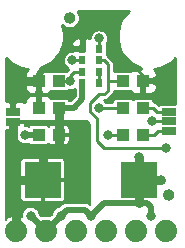
<source format=gtl>
%TF.GenerationSoftware,KiCad,Pcbnew,5.1.8-db9833491~88~ubuntu20.04.1*%
%TF.CreationDate,2020-12-19T13:22:12+05:30*%
%TF.ProjectId,SparkFun_APDS-9960_RGB_and_Gesture_Sensor,53706172-6b46-4756-9e5f-415044532d39,rev?*%
%TF.SameCoordinates,Original*%
%TF.FileFunction,Copper,L1,Top*%
%TF.FilePolarity,Positive*%
%FSLAX46Y46*%
G04 Gerber Fmt 4.6, Leading zero omitted, Abs format (unit mm)*
G04 Created by KiCad (PCBNEW 5.1.8-db9833491~88~ubuntu20.04.1) date 2020-12-19 13:22:12*
%MOMM*%
%LPD*%
G01*
G04 APERTURE LIST*
%TA.AperFunction,SMDPad,CuDef*%
%ADD10R,1.270000X0.635000*%
%TD*%
%TA.AperFunction,SMDPad,CuDef*%
%ADD11R,0.600000X0.720000*%
%TD*%
%TA.AperFunction,SMDPad,CuDef*%
%ADD12R,3.048000X3.048000*%
%TD*%
%TA.AperFunction,SMDPad,CuDef*%
%ADD13R,1.100000X1.000000*%
%TD*%
%TA.AperFunction,ComponentPad*%
%ADD14C,1.879600*%
%TD*%
%TA.AperFunction,ViaPad*%
%ADD15C,0.800000*%
%TD*%
%TA.AperFunction,Conductor*%
%ADD16C,0.250000*%
%TD*%
%TA.AperFunction,Conductor*%
%ADD17C,0.508000*%
%TD*%
%TA.AperFunction,Conductor*%
%ADD18C,0.762000*%
%TD*%
%TA.AperFunction,Conductor*%
%ADD19C,0.254000*%
%TD*%
%TA.AperFunction,Conductor*%
%ADD20C,0.127000*%
%TD*%
%TA.AperFunction,Conductor*%
%ADD21C,0.100000*%
%TD*%
G04 APERTURE END LIST*
D10*
%TO.P,SJ2,1*%
%TO.N,/VL*%
X128016000Y-86009900D03*
%TO.P,SJ2,2*%
%TO.N,VCC*%
X128016000Y-85186100D03*
%TD*%
D11*
%TO.P,U1,1*%
%TO.N,/SDA*%
X135320000Y-79825000D03*
%TO.P,U1,2*%
%TO.N,/INT*%
X135320000Y-80795000D03*
%TO.P,U1,3*%
%TO.N,Net-(U1-Pad3)*%
X135320000Y-81765000D03*
%TO.P,U1,4*%
X135320000Y-82735000D03*
%TO.P,U1,5*%
%TO.N,/VL*%
X133920000Y-82735000D03*
%TO.P,U1,6*%
%TO.N,GND*%
X133920000Y-81765000D03*
%TO.P,U1,7*%
%TO.N,/SCL*%
X133920000Y-80795000D03*
%TO.P,U1,8*%
%TO.N,VCC*%
X133920000Y-79825000D03*
%TD*%
D12*
%TO.P,C1,2*%
%TO.N,GND*%
X138684000Y-90932000D03*
%TO.P,C1,1*%
%TO.N,/VL*%
X130556000Y-90932000D03*
%TD*%
D13*
%TO.P,C2,2*%
%TO.N,GND*%
X130214000Y-87122000D03*
%TO.P,C2,1*%
%TO.N,/VL*%
X131914000Y-87122000D03*
%TD*%
%TO.P,C3,2*%
%TO.N,GND*%
X131914000Y-82550000D03*
%TO.P,C3,1*%
%TO.N,VCC*%
X130214000Y-82550000D03*
%TD*%
%TO.P,FID1,1*%
%TO.N,N/C*%
%TA.AperFunction,SMDPad,CuDef*%
G36*
G01*
X140724000Y-92202000D02*
X140724000Y-92202000D01*
G75*
G02*
X141224000Y-91702000I500000J0D01*
G01*
X141224000Y-91702000D01*
G75*
G02*
X141724000Y-92202000I0J-500000D01*
G01*
X141724000Y-92202000D01*
G75*
G02*
X141224000Y-92702000I-500000J0D01*
G01*
X141224000Y-92702000D01*
G75*
G02*
X140724000Y-92202000I0J500000D01*
G01*
G37*
%TD.AperFunction*%
%TD*%
%TO.P,FID2,1*%
%TO.N,N/C*%
%TA.AperFunction,SMDPad,CuDef*%
G36*
G01*
X132342000Y-77216000D02*
X132342000Y-77216000D01*
G75*
G02*
X132842000Y-76716000I500000J0D01*
G01*
X132842000Y-76716000D01*
G75*
G02*
X133342000Y-77216000I0J-500000D01*
G01*
X133342000Y-77216000D01*
G75*
G02*
X132842000Y-77716000I-500000J0D01*
G01*
X132842000Y-77716000D01*
G75*
G02*
X132342000Y-77216000I0J500000D01*
G01*
G37*
%TD.AperFunction*%
%TD*%
D14*
%TO.P,JP1,6*%
%TO.N,/INT*%
X140970000Y-95250000D03*
%TO.P,JP1,5*%
%TO.N,/SCL*%
X138430000Y-95250000D03*
%TO.P,JP1,4*%
%TO.N,/SDA*%
X135890000Y-95250000D03*
%TO.P,JP1,3*%
%TO.N,VCC*%
X133350000Y-95250000D03*
%TO.P,JP1,2*%
%TO.N,GND*%
X130810000Y-95250000D03*
%TO.P,JP1,1*%
%TO.N,/VL*%
X128270000Y-95250000D03*
%TD*%
D13*
%TO.P,R1,2*%
%TO.N,VCC*%
X139026000Y-82550000D03*
%TO.P,R1,1*%
%TO.N,/INT*%
X137326000Y-82550000D03*
%TD*%
%TO.P,R2,2*%
%TO.N,Net-(R2-Pad2)*%
X139026000Y-84836000D03*
%TO.P,R2,1*%
%TO.N,/SDA*%
X137326000Y-84836000D03*
%TD*%
%TO.P,R3,2*%
%TO.N,Net-(R3-Pad2)*%
X139026000Y-87122000D03*
%TO.P,R3,1*%
%TO.N,/SCL*%
X137326000Y-87122000D03*
%TD*%
%TO.P,R4,2*%
%TO.N,VCC*%
X130214000Y-84836000D03*
%TO.P,R4,1*%
%TO.N,/VL*%
X131914000Y-84836000D03*
%TD*%
D10*
%TO.P,SJ1,3*%
%TO.N,Net-(R2-Pad2)*%
X141224000Y-85166200D03*
%TO.P,SJ1,2*%
%TO.N,VCC*%
X141224000Y-85979000D03*
%TO.P,SJ1,1*%
%TO.N,Net-(R3-Pad2)*%
X141224000Y-86791800D03*
%TD*%
D15*
%TO.N,GND*%
X129057400Y-87122000D03*
X132892800Y-82550000D03*
X139700000Y-93980000D03*
X134620000Y-93980000D03*
X132080000Y-93980000D03*
X129540000Y-93980000D03*
X138684000Y-88950800D03*
X138684000Y-92887800D03*
X140614400Y-90932000D03*
%TO.N,VCC*%
X139827000Y-85979000D03*
X140182600Y-82550000D03*
X129032000Y-82550000D03*
X130214000Y-83654000D03*
X129032000Y-83642200D03*
%TO.N,/SDA*%
X135305800Y-78943200D03*
X135345000Y-84836000D03*
%TO.N,/SCL*%
X133019800Y-80797400D03*
X136093200Y-87122000D03*
%TO.N,/INT*%
X140970000Y-88214200D03*
%TD*%
D16*
%TO.N,GND*%
X131914000Y-82550000D02*
X132892800Y-82550000D01*
X133920000Y-81765000D02*
X133220600Y-81765000D01*
X132892800Y-82092800D02*
X132892800Y-82550000D01*
X133220600Y-81765000D02*
X132892800Y-82092800D01*
D17*
X129057400Y-87122000D02*
X130214000Y-87122000D01*
X137795000Y-90927000D02*
X137790000Y-90932000D01*
X139573000Y-90932000D02*
X137790000Y-90932000D01*
X137795000Y-90937000D02*
X137790000Y-90932000D01*
X139369800Y-92887800D02*
X139700000Y-93218000D01*
X139700000Y-93980000D02*
X139700000Y-93218000D01*
X135712200Y-92887800D02*
X134620000Y-93980000D01*
X137795000Y-92887800D02*
X135712200Y-92887800D01*
X132080000Y-93980000D02*
X132588000Y-93472000D01*
X134112000Y-93472000D02*
X134620000Y-93980000D01*
X132588000Y-93472000D02*
X134112000Y-93472000D01*
X129540000Y-93980000D02*
X130810000Y-95250000D01*
X132080000Y-93980000D02*
X130810000Y-95250000D01*
X138684000Y-92887800D02*
X139369800Y-92887800D01*
X137795000Y-92887800D02*
X138684000Y-92887800D01*
D18*
X140614400Y-90932000D02*
X138684000Y-90932000D01*
X138684000Y-92887800D02*
X138684000Y-90932000D01*
X138684000Y-88950800D02*
X138684000Y-90932000D01*
D16*
%TO.N,VCC*%
X141224000Y-85979000D02*
X139827000Y-85979000D01*
X140182600Y-82550000D02*
X139026000Y-82550000D01*
X134315200Y-78028800D02*
X133920000Y-78424000D01*
X135661400Y-78028800D02*
X134315200Y-78028800D01*
X133920000Y-78424000D02*
X133920000Y-79825000D01*
X136118600Y-78486000D02*
X135661400Y-78028800D01*
X136118600Y-80416400D02*
X136118600Y-78486000D01*
X137312400Y-81610200D02*
X136118600Y-80416400D01*
X138582400Y-81610200D02*
X137312400Y-81610200D01*
X139026000Y-82053800D02*
X138582400Y-81610200D01*
X139026000Y-82550000D02*
X139026000Y-82053800D01*
X132181600Y-81000600D02*
X132181600Y-80187800D01*
D17*
X130214000Y-84836000D02*
X130214000Y-83654000D01*
X132544400Y-79825000D02*
X132448300Y-79921100D01*
X133920000Y-79825000D02*
X132544400Y-79825000D01*
X132448300Y-79921100D02*
X132181600Y-80187800D01*
X132165799Y-80387479D02*
X132165799Y-81000600D01*
X132181600Y-80371678D02*
X132165799Y-80387479D01*
X132181600Y-80187800D02*
X132181600Y-80371678D01*
X132181600Y-81000600D02*
X131597400Y-81584800D01*
X131597400Y-81584800D02*
X130556000Y-81584800D01*
X130214000Y-81926800D02*
X130556000Y-81584800D01*
X130214000Y-82550000D02*
X130214000Y-81926800D01*
X130214000Y-83654000D02*
X130214000Y-82550000D01*
D18*
X130214000Y-82550000D02*
X129032000Y-82550000D01*
D16*
%TO.N,/VL*%
X128016000Y-86009900D02*
X128016000Y-90932000D01*
X128270000Y-92938600D02*
X128270000Y-93929200D01*
D18*
X128270000Y-95250000D02*
X128270000Y-93929200D01*
X128270000Y-92303600D02*
X128016000Y-92049600D01*
X128270000Y-95250000D02*
X128270000Y-92303600D01*
X128016000Y-90932000D02*
X128016000Y-92049600D01*
X128016000Y-90932000D02*
X128016000Y-86084601D01*
X131914000Y-87122000D02*
X131914000Y-84836000D01*
D17*
X133920000Y-84082157D02*
X133920000Y-82735000D01*
X133166158Y-84836000D02*
X133920000Y-84082157D01*
X131914000Y-84836000D02*
X133166158Y-84836000D01*
D18*
X130556000Y-90932000D02*
X128016000Y-90932000D01*
X130556000Y-90932000D02*
X130556000Y-88544400D01*
X131914000Y-87122000D02*
X131914000Y-88532600D01*
X131902200Y-88544400D02*
X131914000Y-88532600D01*
X130556000Y-88544400D02*
X131902200Y-88544400D01*
D16*
%TO.N,/SDA*%
X135305800Y-79810800D02*
X135320000Y-79825000D01*
X135305800Y-78943200D02*
X135305800Y-79810800D01*
X137326000Y-84836000D02*
X135345000Y-84836000D01*
%TO.N,/SCL*%
X133022200Y-80795000D02*
X133019800Y-80797400D01*
X133920000Y-80795000D02*
X133022200Y-80795000D01*
X137326000Y-87122000D02*
X136093200Y-87122000D01*
%TO.N,/INT*%
X135735200Y-80795000D02*
X135320000Y-80795000D01*
X136087300Y-81147100D02*
X135735200Y-80795000D01*
X137326000Y-82550000D02*
X136093200Y-82550000D01*
X136093200Y-82550000D02*
X136087300Y-82544100D01*
X136087300Y-81147100D02*
X136087300Y-82544100D01*
X135356600Y-83667600D02*
X135788400Y-83667600D01*
X134594600Y-84429600D02*
X135356600Y-83667600D01*
X135178800Y-87604600D02*
X135178800Y-85725000D01*
X135178800Y-85725000D02*
X134594600Y-85140800D01*
X139623800Y-88214200D02*
X135788400Y-88214200D01*
X136087300Y-83368700D02*
X136087300Y-82544100D01*
X135788400Y-83667600D02*
X136087300Y-83368700D01*
X134594600Y-85140800D02*
X134594600Y-84429600D01*
X135788400Y-88214200D02*
X135178800Y-87604600D01*
D19*
X139623800Y-88214200D02*
X140970000Y-88214200D01*
D16*
%TO.N,Net-(R2-Pad2)*%
X141224000Y-85166200D02*
X140258800Y-85166200D01*
X139928600Y-84836000D02*
X139026000Y-84836000D01*
X140258800Y-85166200D02*
X139928600Y-84836000D01*
%TO.N,Net-(R3-Pad2)*%
X141224000Y-86791800D02*
X140309600Y-86791800D01*
X139979400Y-87122000D02*
X139026000Y-87122000D01*
X140309600Y-86791800D02*
X139979400Y-87122000D01*
%TO.N,Net-(U1-Pad3)*%
X135320000Y-81765000D02*
X135320000Y-82735000D01*
%TD*%
D20*
%TO.N,/VL*%
X128409300Y-95235858D02*
X128395158Y-95250000D01*
X128409300Y-95264142D01*
X128284142Y-95389300D01*
X128270000Y-95375158D01*
X128255858Y-95389300D01*
X128130700Y-95264142D01*
X128144842Y-95250000D01*
X128130700Y-95235858D01*
X128255858Y-95110700D01*
X128270000Y-95124842D01*
X128284142Y-95110700D01*
X128409300Y-95235858D01*
%TA.AperFunction,Conductor*%
D21*
G36*
X128409300Y-95235858D02*
G01*
X128395158Y-95250000D01*
X128409300Y-95264142D01*
X128284142Y-95389300D01*
X128270000Y-95375158D01*
X128255858Y-95389300D01*
X128130700Y-95264142D01*
X128144842Y-95250000D01*
X128130700Y-95235858D01*
X128255858Y-95110700D01*
X128270000Y-95124842D01*
X128284142Y-95110700D01*
X128409300Y-95235858D01*
G37*
%TD.AperFunction*%
D20*
X128104500Y-85921400D02*
X128926625Y-85921400D01*
X128932525Y-85915500D01*
X134107835Y-85915500D01*
X134226906Y-85931176D01*
X134333973Y-85975524D01*
X134425921Y-86046079D01*
X134496476Y-86138027D01*
X134540824Y-86245094D01*
X134556500Y-86364165D01*
X134556500Y-93032687D01*
X134554162Y-93029838D01*
X134459404Y-92952073D01*
X134351296Y-92894288D01*
X134233992Y-92858704D01*
X134142572Y-92849700D01*
X134142569Y-92849700D01*
X134112000Y-92846689D01*
X134081431Y-92849700D01*
X132618568Y-92849700D01*
X132587999Y-92846689D01*
X132557430Y-92849700D01*
X132557428Y-92849700D01*
X132466008Y-92858704D01*
X132348704Y-92894288D01*
X132240596Y-92952073D01*
X132145838Y-93029838D01*
X132126347Y-93053588D01*
X131959273Y-93220662D01*
X131855895Y-93241226D01*
X131716074Y-93299142D01*
X131590238Y-93383223D01*
X131483223Y-93490238D01*
X131399142Y-93616074D01*
X131341226Y-93755895D01*
X131320663Y-93859272D01*
X131188394Y-93991540D01*
X130938837Y-93941900D01*
X130681163Y-93941900D01*
X130431605Y-93991541D01*
X130299338Y-93859273D01*
X130278774Y-93755895D01*
X130220858Y-93616074D01*
X130136777Y-93490238D01*
X130029762Y-93383223D01*
X129903926Y-93299142D01*
X129764105Y-93241226D01*
X129615671Y-93211700D01*
X129464329Y-93211700D01*
X129315895Y-93241226D01*
X129176074Y-93299142D01*
X129050238Y-93383223D01*
X128943223Y-93490238D01*
X128859142Y-93616074D01*
X128801226Y-93755895D01*
X128771700Y-93904329D01*
X128771700Y-94039341D01*
X128738341Y-94022700D01*
X128489907Y-93954914D01*
X128233023Y-93936897D01*
X127977559Y-93969342D01*
X127733334Y-94051001D01*
X127571224Y-94137651D01*
X127470942Y-94325782D01*
X127431800Y-94286640D01*
X127431800Y-92456000D01*
X128662722Y-92456000D01*
X128669818Y-92528043D01*
X128690832Y-92597317D01*
X128724957Y-92661160D01*
X128770881Y-92717119D01*
X128826840Y-92763043D01*
X128890683Y-92797168D01*
X128959957Y-92818182D01*
X129032000Y-92825278D01*
X130375625Y-92823500D01*
X130467500Y-92731625D01*
X130467500Y-91020500D01*
X130644500Y-91020500D01*
X130644500Y-92731625D01*
X130736375Y-92823500D01*
X132080000Y-92825278D01*
X132152043Y-92818182D01*
X132221317Y-92797168D01*
X132285160Y-92763043D01*
X132341119Y-92717119D01*
X132387043Y-92661160D01*
X132421168Y-92597317D01*
X132442182Y-92528043D01*
X132449278Y-92456000D01*
X132447500Y-91112375D01*
X132355625Y-91020500D01*
X130644500Y-91020500D01*
X130467500Y-91020500D01*
X128756375Y-91020500D01*
X128664500Y-91112375D01*
X128662722Y-92456000D01*
X127431800Y-92456000D01*
X127431800Y-89408000D01*
X128662722Y-89408000D01*
X128664500Y-90751625D01*
X128756375Y-90843500D01*
X130467500Y-90843500D01*
X130467500Y-89132375D01*
X130644500Y-89132375D01*
X130644500Y-90843500D01*
X132355625Y-90843500D01*
X132447500Y-90751625D01*
X132449278Y-89408000D01*
X132442182Y-89335957D01*
X132421168Y-89266683D01*
X132387043Y-89202840D01*
X132341119Y-89146881D01*
X132285160Y-89100957D01*
X132221317Y-89066832D01*
X132152043Y-89045818D01*
X132080000Y-89038722D01*
X130736375Y-89040500D01*
X130644500Y-89132375D01*
X130467500Y-89132375D01*
X130375625Y-89040500D01*
X129032000Y-89038722D01*
X128959957Y-89045818D01*
X128890683Y-89066832D01*
X128826840Y-89100957D01*
X128770881Y-89146881D01*
X128724957Y-89202840D01*
X128690832Y-89266683D01*
X128669818Y-89335957D01*
X128662722Y-89408000D01*
X127431800Y-89408000D01*
X127431800Y-86696479D01*
X127835625Y-86694900D01*
X127927500Y-86603025D01*
X127927500Y-86098400D01*
X128104500Y-86098400D01*
X128104500Y-86603025D01*
X128196375Y-86694900D01*
X128418174Y-86695767D01*
X128376542Y-86758074D01*
X128318626Y-86897895D01*
X128289100Y-87046329D01*
X128289100Y-87197671D01*
X128318626Y-87346105D01*
X128376542Y-87485926D01*
X128460623Y-87611762D01*
X128567638Y-87718777D01*
X128693474Y-87802858D01*
X128833295Y-87860774D01*
X128981729Y-87890300D01*
X129133071Y-87890300D01*
X129281505Y-87860774D01*
X129357630Y-87829242D01*
X129402313Y-87883687D01*
X129458393Y-87929712D01*
X129522376Y-87963911D01*
X129591801Y-87984971D01*
X129664000Y-87992082D01*
X130764000Y-87992082D01*
X130836199Y-87984971D01*
X130905624Y-87963911D01*
X130969607Y-87929712D01*
X131025687Y-87883687D01*
X131064518Y-87836373D01*
X131102881Y-87883119D01*
X131158840Y-87929043D01*
X131222683Y-87963168D01*
X131291957Y-87984182D01*
X131364000Y-87991278D01*
X131733625Y-87989500D01*
X131825500Y-87897625D01*
X131825500Y-87210500D01*
X132002500Y-87210500D01*
X132002500Y-87897625D01*
X132094375Y-87989500D01*
X132464000Y-87991278D01*
X132536043Y-87984182D01*
X132605317Y-87963168D01*
X132669160Y-87929043D01*
X132725119Y-87883119D01*
X132771043Y-87827160D01*
X132805168Y-87763317D01*
X132826182Y-87694043D01*
X132833278Y-87622000D01*
X132831500Y-87302375D01*
X132739625Y-87210500D01*
X132002500Y-87210500D01*
X131825500Y-87210500D01*
X131805500Y-87210500D01*
X131805500Y-87033500D01*
X131825500Y-87033500D01*
X131825500Y-86346375D01*
X132002500Y-86346375D01*
X132002500Y-87033500D01*
X132739625Y-87033500D01*
X132831500Y-86941625D01*
X132833278Y-86622000D01*
X132826182Y-86549957D01*
X132805168Y-86480683D01*
X132771043Y-86416840D01*
X132725119Y-86360881D01*
X132669160Y-86314957D01*
X132605317Y-86280832D01*
X132536043Y-86259818D01*
X132464000Y-86252722D01*
X132094375Y-86254500D01*
X132002500Y-86346375D01*
X131825500Y-86346375D01*
X131733625Y-86254500D01*
X131364000Y-86252722D01*
X131291957Y-86259818D01*
X131222683Y-86280832D01*
X131158840Y-86314957D01*
X131102881Y-86360881D01*
X131064518Y-86407627D01*
X131025687Y-86360313D01*
X130969607Y-86314288D01*
X130905624Y-86280089D01*
X130836199Y-86259029D01*
X130764000Y-86251918D01*
X129664000Y-86251918D01*
X129591801Y-86259029D01*
X129522376Y-86280089D01*
X129458393Y-86314288D01*
X129402313Y-86360313D01*
X129357630Y-86414758D01*
X129281505Y-86383226D01*
X129133071Y-86353700D01*
X129017688Y-86353700D01*
X129020278Y-86327400D01*
X129018500Y-86190275D01*
X128926625Y-86098400D01*
X128104500Y-86098400D01*
X127927500Y-86098400D01*
X127907500Y-86098400D01*
X127907500Y-85921400D01*
X127927500Y-85921400D01*
X127927500Y-85915500D01*
X128104500Y-85915500D01*
X128104500Y-85921400D01*
%TA.AperFunction,Conductor*%
D21*
G36*
X128104500Y-85921400D02*
G01*
X128926625Y-85921400D01*
X128932525Y-85915500D01*
X134107835Y-85915500D01*
X134226906Y-85931176D01*
X134333973Y-85975524D01*
X134425921Y-86046079D01*
X134496476Y-86138027D01*
X134540824Y-86245094D01*
X134556500Y-86364165D01*
X134556500Y-93032687D01*
X134554162Y-93029838D01*
X134459404Y-92952073D01*
X134351296Y-92894288D01*
X134233992Y-92858704D01*
X134142572Y-92849700D01*
X134142569Y-92849700D01*
X134112000Y-92846689D01*
X134081431Y-92849700D01*
X132618568Y-92849700D01*
X132587999Y-92846689D01*
X132557430Y-92849700D01*
X132557428Y-92849700D01*
X132466008Y-92858704D01*
X132348704Y-92894288D01*
X132240596Y-92952073D01*
X132145838Y-93029838D01*
X132126347Y-93053588D01*
X131959273Y-93220662D01*
X131855895Y-93241226D01*
X131716074Y-93299142D01*
X131590238Y-93383223D01*
X131483223Y-93490238D01*
X131399142Y-93616074D01*
X131341226Y-93755895D01*
X131320663Y-93859272D01*
X131188394Y-93991540D01*
X130938837Y-93941900D01*
X130681163Y-93941900D01*
X130431605Y-93991541D01*
X130299338Y-93859273D01*
X130278774Y-93755895D01*
X130220858Y-93616074D01*
X130136777Y-93490238D01*
X130029762Y-93383223D01*
X129903926Y-93299142D01*
X129764105Y-93241226D01*
X129615671Y-93211700D01*
X129464329Y-93211700D01*
X129315895Y-93241226D01*
X129176074Y-93299142D01*
X129050238Y-93383223D01*
X128943223Y-93490238D01*
X128859142Y-93616074D01*
X128801226Y-93755895D01*
X128771700Y-93904329D01*
X128771700Y-94039341D01*
X128738341Y-94022700D01*
X128489907Y-93954914D01*
X128233023Y-93936897D01*
X127977559Y-93969342D01*
X127733334Y-94051001D01*
X127571224Y-94137651D01*
X127470942Y-94325782D01*
X127431800Y-94286640D01*
X127431800Y-92456000D01*
X128662722Y-92456000D01*
X128669818Y-92528043D01*
X128690832Y-92597317D01*
X128724957Y-92661160D01*
X128770881Y-92717119D01*
X128826840Y-92763043D01*
X128890683Y-92797168D01*
X128959957Y-92818182D01*
X129032000Y-92825278D01*
X130375625Y-92823500D01*
X130467500Y-92731625D01*
X130467500Y-91020500D01*
X130644500Y-91020500D01*
X130644500Y-92731625D01*
X130736375Y-92823500D01*
X132080000Y-92825278D01*
X132152043Y-92818182D01*
X132221317Y-92797168D01*
X132285160Y-92763043D01*
X132341119Y-92717119D01*
X132387043Y-92661160D01*
X132421168Y-92597317D01*
X132442182Y-92528043D01*
X132449278Y-92456000D01*
X132447500Y-91112375D01*
X132355625Y-91020500D01*
X130644500Y-91020500D01*
X130467500Y-91020500D01*
X128756375Y-91020500D01*
X128664500Y-91112375D01*
X128662722Y-92456000D01*
X127431800Y-92456000D01*
X127431800Y-89408000D01*
X128662722Y-89408000D01*
X128664500Y-90751625D01*
X128756375Y-90843500D01*
X130467500Y-90843500D01*
X130467500Y-89132375D01*
X130644500Y-89132375D01*
X130644500Y-90843500D01*
X132355625Y-90843500D01*
X132447500Y-90751625D01*
X132449278Y-89408000D01*
X132442182Y-89335957D01*
X132421168Y-89266683D01*
X132387043Y-89202840D01*
X132341119Y-89146881D01*
X132285160Y-89100957D01*
X132221317Y-89066832D01*
X132152043Y-89045818D01*
X132080000Y-89038722D01*
X130736375Y-89040500D01*
X130644500Y-89132375D01*
X130467500Y-89132375D01*
X130375625Y-89040500D01*
X129032000Y-89038722D01*
X128959957Y-89045818D01*
X128890683Y-89066832D01*
X128826840Y-89100957D01*
X128770881Y-89146881D01*
X128724957Y-89202840D01*
X128690832Y-89266683D01*
X128669818Y-89335957D01*
X128662722Y-89408000D01*
X127431800Y-89408000D01*
X127431800Y-86696479D01*
X127835625Y-86694900D01*
X127927500Y-86603025D01*
X127927500Y-86098400D01*
X128104500Y-86098400D01*
X128104500Y-86603025D01*
X128196375Y-86694900D01*
X128418174Y-86695767D01*
X128376542Y-86758074D01*
X128318626Y-86897895D01*
X128289100Y-87046329D01*
X128289100Y-87197671D01*
X128318626Y-87346105D01*
X128376542Y-87485926D01*
X128460623Y-87611762D01*
X128567638Y-87718777D01*
X128693474Y-87802858D01*
X128833295Y-87860774D01*
X128981729Y-87890300D01*
X129133071Y-87890300D01*
X129281505Y-87860774D01*
X129357630Y-87829242D01*
X129402313Y-87883687D01*
X129458393Y-87929712D01*
X129522376Y-87963911D01*
X129591801Y-87984971D01*
X129664000Y-87992082D01*
X130764000Y-87992082D01*
X130836199Y-87984971D01*
X130905624Y-87963911D01*
X130969607Y-87929712D01*
X131025687Y-87883687D01*
X131064518Y-87836373D01*
X131102881Y-87883119D01*
X131158840Y-87929043D01*
X131222683Y-87963168D01*
X131291957Y-87984182D01*
X131364000Y-87991278D01*
X131733625Y-87989500D01*
X131825500Y-87897625D01*
X131825500Y-87210500D01*
X132002500Y-87210500D01*
X132002500Y-87897625D01*
X132094375Y-87989500D01*
X132464000Y-87991278D01*
X132536043Y-87984182D01*
X132605317Y-87963168D01*
X132669160Y-87929043D01*
X132725119Y-87883119D01*
X132771043Y-87827160D01*
X132805168Y-87763317D01*
X132826182Y-87694043D01*
X132833278Y-87622000D01*
X132831500Y-87302375D01*
X132739625Y-87210500D01*
X132002500Y-87210500D01*
X131825500Y-87210500D01*
X131805500Y-87210500D01*
X131805500Y-87033500D01*
X131825500Y-87033500D01*
X131825500Y-86346375D01*
X132002500Y-86346375D01*
X132002500Y-87033500D01*
X132739625Y-87033500D01*
X132831500Y-86941625D01*
X132833278Y-86622000D01*
X132826182Y-86549957D01*
X132805168Y-86480683D01*
X132771043Y-86416840D01*
X132725119Y-86360881D01*
X132669160Y-86314957D01*
X132605317Y-86280832D01*
X132536043Y-86259818D01*
X132464000Y-86252722D01*
X132094375Y-86254500D01*
X132002500Y-86346375D01*
X131825500Y-86346375D01*
X131733625Y-86254500D01*
X131364000Y-86252722D01*
X131291957Y-86259818D01*
X131222683Y-86280832D01*
X131158840Y-86314957D01*
X131102881Y-86360881D01*
X131064518Y-86407627D01*
X131025687Y-86360313D01*
X130969607Y-86314288D01*
X130905624Y-86280089D01*
X130836199Y-86259029D01*
X130764000Y-86251918D01*
X129664000Y-86251918D01*
X129591801Y-86259029D01*
X129522376Y-86280089D01*
X129458393Y-86314288D01*
X129402313Y-86360313D01*
X129357630Y-86414758D01*
X129281505Y-86383226D01*
X129133071Y-86353700D01*
X129017688Y-86353700D01*
X129020278Y-86327400D01*
X129018500Y-86190275D01*
X128926625Y-86098400D01*
X128104500Y-86098400D01*
X127927500Y-86098400D01*
X127907500Y-86098400D01*
X127907500Y-85921400D01*
X127927500Y-85921400D01*
X127927500Y-85915500D01*
X128104500Y-85915500D01*
X128104500Y-85921400D01*
G37*
%TD.AperFunction*%
%TD*%
D19*
%TO.N,VCC*%
X127758929Y-80910242D02*
X128216545Y-81216011D01*
X128725020Y-81426628D01*
X129264815Y-81534000D01*
X129291793Y-81534000D01*
X129212815Y-81598815D01*
X129133463Y-81695506D01*
X129074498Y-81805820D01*
X129038188Y-81925518D01*
X129025928Y-82050000D01*
X129029000Y-82264250D01*
X129187750Y-82423000D01*
X130087000Y-82423000D01*
X130087000Y-82403000D01*
X130341000Y-82403000D01*
X130341000Y-82423000D01*
X130361000Y-82423000D01*
X130361000Y-82677000D01*
X130341000Y-82677000D01*
X130341000Y-83526250D01*
X130499750Y-83685000D01*
X130764000Y-83688072D01*
X130888482Y-83675812D01*
X131008180Y-83639502D01*
X131118494Y-83580537D01*
X131215185Y-83501185D01*
X131279701Y-83422572D01*
X131289311Y-83425487D01*
X131364000Y-83432843D01*
X132464000Y-83432843D01*
X132538689Y-83425487D01*
X132610508Y-83403701D01*
X132676696Y-83368322D01*
X132734711Y-83320711D01*
X132738842Y-83315677D01*
X132815878Y-83331000D01*
X132969722Y-83331000D01*
X133120609Y-83300987D01*
X133262742Y-83242113D01*
X133265852Y-83240035D01*
X133266299Y-83241508D01*
X133285001Y-83276495D01*
X133285000Y-83819131D01*
X132903132Y-84201000D01*
X132821192Y-84201000D01*
X132817701Y-84189492D01*
X132782322Y-84123304D01*
X132734711Y-84065289D01*
X132676696Y-84017678D01*
X132610508Y-83982299D01*
X132538689Y-83960513D01*
X132464000Y-83953157D01*
X131364000Y-83953157D01*
X131289311Y-83960513D01*
X131279701Y-83963428D01*
X131215185Y-83884815D01*
X131118494Y-83805463D01*
X131008180Y-83746498D01*
X130888482Y-83710188D01*
X130764000Y-83697928D01*
X130499750Y-83701000D01*
X130341000Y-83859750D01*
X130341000Y-84709000D01*
X130361000Y-84709000D01*
X130361000Y-84963000D01*
X130341000Y-84963000D01*
X130341000Y-84983000D01*
X130087000Y-84983000D01*
X130087000Y-84963000D01*
X130067000Y-84963000D01*
X130067000Y-84709000D01*
X130087000Y-84709000D01*
X130087000Y-83859750D01*
X129928250Y-83701000D01*
X129664000Y-83697928D01*
X129539518Y-83710188D01*
X129419820Y-83746498D01*
X129309506Y-83805463D01*
X129212815Y-83884815D01*
X129133463Y-83981506D01*
X129074498Y-84091820D01*
X129038188Y-84211518D01*
X129025928Y-84336000D01*
X129026201Y-84355057D01*
X129005494Y-84338063D01*
X128895180Y-84279098D01*
X128775482Y-84242788D01*
X128651000Y-84230528D01*
X128301750Y-84233600D01*
X128143000Y-84392350D01*
X128143000Y-85059100D01*
X128163000Y-85059100D01*
X128163000Y-85217000D01*
X127869000Y-85217000D01*
X127869000Y-85059100D01*
X127889000Y-85059100D01*
X127889000Y-84392350D01*
X127730250Y-84233600D01*
X127444500Y-84231087D01*
X127444500Y-83050000D01*
X129025928Y-83050000D01*
X129038188Y-83174482D01*
X129074498Y-83294180D01*
X129133463Y-83404494D01*
X129212815Y-83501185D01*
X129309506Y-83580537D01*
X129419820Y-83639502D01*
X129539518Y-83675812D01*
X129664000Y-83688072D01*
X129928250Y-83685000D01*
X130087000Y-83526250D01*
X130087000Y-82677000D01*
X129187750Y-82677000D01*
X129029000Y-82835750D01*
X129025928Y-83050000D01*
X127444500Y-83050000D01*
X127444500Y-80595813D01*
X127758929Y-80910242D01*
%TA.AperFunction,Conductor*%
D21*
G36*
X127758929Y-80910242D02*
G01*
X128216545Y-81216011D01*
X128725020Y-81426628D01*
X129264815Y-81534000D01*
X129291793Y-81534000D01*
X129212815Y-81598815D01*
X129133463Y-81695506D01*
X129074498Y-81805820D01*
X129038188Y-81925518D01*
X129025928Y-82050000D01*
X129029000Y-82264250D01*
X129187750Y-82423000D01*
X130087000Y-82423000D01*
X130087000Y-82403000D01*
X130341000Y-82403000D01*
X130341000Y-82423000D01*
X130361000Y-82423000D01*
X130361000Y-82677000D01*
X130341000Y-82677000D01*
X130341000Y-83526250D01*
X130499750Y-83685000D01*
X130764000Y-83688072D01*
X130888482Y-83675812D01*
X131008180Y-83639502D01*
X131118494Y-83580537D01*
X131215185Y-83501185D01*
X131279701Y-83422572D01*
X131289311Y-83425487D01*
X131364000Y-83432843D01*
X132464000Y-83432843D01*
X132538689Y-83425487D01*
X132610508Y-83403701D01*
X132676696Y-83368322D01*
X132734711Y-83320711D01*
X132738842Y-83315677D01*
X132815878Y-83331000D01*
X132969722Y-83331000D01*
X133120609Y-83300987D01*
X133262742Y-83242113D01*
X133265852Y-83240035D01*
X133266299Y-83241508D01*
X133285001Y-83276495D01*
X133285000Y-83819131D01*
X132903132Y-84201000D01*
X132821192Y-84201000D01*
X132817701Y-84189492D01*
X132782322Y-84123304D01*
X132734711Y-84065289D01*
X132676696Y-84017678D01*
X132610508Y-83982299D01*
X132538689Y-83960513D01*
X132464000Y-83953157D01*
X131364000Y-83953157D01*
X131289311Y-83960513D01*
X131279701Y-83963428D01*
X131215185Y-83884815D01*
X131118494Y-83805463D01*
X131008180Y-83746498D01*
X130888482Y-83710188D01*
X130764000Y-83697928D01*
X130499750Y-83701000D01*
X130341000Y-83859750D01*
X130341000Y-84709000D01*
X130361000Y-84709000D01*
X130361000Y-84963000D01*
X130341000Y-84963000D01*
X130341000Y-84983000D01*
X130087000Y-84983000D01*
X130087000Y-84963000D01*
X130067000Y-84963000D01*
X130067000Y-84709000D01*
X130087000Y-84709000D01*
X130087000Y-83859750D01*
X129928250Y-83701000D01*
X129664000Y-83697928D01*
X129539518Y-83710188D01*
X129419820Y-83746498D01*
X129309506Y-83805463D01*
X129212815Y-83884815D01*
X129133463Y-83981506D01*
X129074498Y-84091820D01*
X129038188Y-84211518D01*
X129025928Y-84336000D01*
X129026201Y-84355057D01*
X129005494Y-84338063D01*
X128895180Y-84279098D01*
X128775482Y-84242788D01*
X128651000Y-84230528D01*
X128301750Y-84233600D01*
X128143000Y-84392350D01*
X128143000Y-85059100D01*
X128163000Y-85059100D01*
X128163000Y-85217000D01*
X127869000Y-85217000D01*
X127869000Y-85059100D01*
X127889000Y-85059100D01*
X127889000Y-84392350D01*
X127730250Y-84233600D01*
X127444500Y-84231087D01*
X127444500Y-83050000D01*
X129025928Y-83050000D01*
X129038188Y-83174482D01*
X129074498Y-83294180D01*
X129133463Y-83404494D01*
X129212815Y-83501185D01*
X129309506Y-83580537D01*
X129419820Y-83639502D01*
X129539518Y-83675812D01*
X129664000Y-83688072D01*
X129928250Y-83685000D01*
X130087000Y-83526250D01*
X130087000Y-82677000D01*
X129187750Y-82677000D01*
X129029000Y-82835750D01*
X129025928Y-83050000D01*
X127444500Y-83050000D01*
X127444500Y-80595813D01*
X127758929Y-80910242D01*
G37*
%TD.AperFunction*%
D19*
X141795501Y-84465857D02*
X140589000Y-84465857D01*
X140514311Y-84473213D01*
X140442492Y-84494999D01*
X140376304Y-84530378D01*
X140355578Y-84547387D01*
X140303976Y-84495785D01*
X140288127Y-84476473D01*
X140211079Y-84413241D01*
X140123175Y-84366255D01*
X140027793Y-84337322D01*
X139958299Y-84330477D01*
X139951487Y-84261311D01*
X139929701Y-84189492D01*
X139894322Y-84123304D01*
X139846711Y-84065289D01*
X139788696Y-84017678D01*
X139722508Y-83982299D01*
X139650689Y-83960513D01*
X139576000Y-83953157D01*
X138476000Y-83953157D01*
X138401311Y-83960513D01*
X138329492Y-83982299D01*
X138263304Y-84017678D01*
X138205289Y-84065289D01*
X138176000Y-84100978D01*
X138146711Y-84065289D01*
X138088696Y-84017678D01*
X138022508Y-83982299D01*
X137950689Y-83960513D01*
X137876000Y-83953157D01*
X136776000Y-83953157D01*
X136701311Y-83960513D01*
X136629492Y-83982299D01*
X136563304Y-84017678D01*
X136505289Y-84065289D01*
X136457678Y-84123304D01*
X136422299Y-84189492D01*
X136400513Y-84261311D01*
X136393748Y-84330000D01*
X135943501Y-84330000D01*
X135842859Y-84229358D01*
X135759411Y-84173600D01*
X135763554Y-84173600D01*
X135788400Y-84176047D01*
X135813246Y-84173600D01*
X135813254Y-84173600D01*
X135887593Y-84166278D01*
X135982975Y-84137345D01*
X136070879Y-84090359D01*
X136147927Y-84027127D01*
X136163776Y-84007815D01*
X136427515Y-83744076D01*
X136446827Y-83728227D01*
X136510059Y-83651179D01*
X136557045Y-83563275D01*
X136584421Y-83473026D01*
X136585978Y-83467894D01*
X136589430Y-83432843D01*
X136593300Y-83393554D01*
X136593300Y-83393547D01*
X136594160Y-83384815D01*
X136629492Y-83403701D01*
X136701311Y-83425487D01*
X136776000Y-83432843D01*
X137876000Y-83432843D01*
X137950689Y-83425487D01*
X137960299Y-83422572D01*
X138024815Y-83501185D01*
X138121506Y-83580537D01*
X138231820Y-83639502D01*
X138351518Y-83675812D01*
X138476000Y-83688072D01*
X138740250Y-83685000D01*
X138899000Y-83526250D01*
X138899000Y-82677000D01*
X139153000Y-82677000D01*
X139153000Y-83526250D01*
X139311750Y-83685000D01*
X139576000Y-83688072D01*
X139700482Y-83675812D01*
X139820180Y-83639502D01*
X139930494Y-83580537D01*
X140027185Y-83501185D01*
X140106537Y-83404494D01*
X140165502Y-83294180D01*
X140201812Y-83174482D01*
X140214072Y-83050000D01*
X140211000Y-82835750D01*
X140052250Y-82677000D01*
X139153000Y-82677000D01*
X138899000Y-82677000D01*
X138879000Y-82677000D01*
X138879000Y-82423000D01*
X138899000Y-82423000D01*
X138899000Y-82403000D01*
X139153000Y-82403000D01*
X139153000Y-82423000D01*
X140052250Y-82423000D01*
X140211000Y-82264250D01*
X140214072Y-82050000D01*
X140201812Y-81925518D01*
X140165502Y-81805820D01*
X140106537Y-81695506D01*
X140027185Y-81598815D01*
X139948207Y-81534000D01*
X139975185Y-81534000D01*
X140514980Y-81426628D01*
X141023455Y-81216011D01*
X141481071Y-80910242D01*
X141795501Y-80595812D01*
X141795501Y-84465857D01*
%TA.AperFunction,Conductor*%
D21*
G36*
X141795501Y-84465857D02*
G01*
X140589000Y-84465857D01*
X140514311Y-84473213D01*
X140442492Y-84494999D01*
X140376304Y-84530378D01*
X140355578Y-84547387D01*
X140303976Y-84495785D01*
X140288127Y-84476473D01*
X140211079Y-84413241D01*
X140123175Y-84366255D01*
X140027793Y-84337322D01*
X139958299Y-84330477D01*
X139951487Y-84261311D01*
X139929701Y-84189492D01*
X139894322Y-84123304D01*
X139846711Y-84065289D01*
X139788696Y-84017678D01*
X139722508Y-83982299D01*
X139650689Y-83960513D01*
X139576000Y-83953157D01*
X138476000Y-83953157D01*
X138401311Y-83960513D01*
X138329492Y-83982299D01*
X138263304Y-84017678D01*
X138205289Y-84065289D01*
X138176000Y-84100978D01*
X138146711Y-84065289D01*
X138088696Y-84017678D01*
X138022508Y-83982299D01*
X137950689Y-83960513D01*
X137876000Y-83953157D01*
X136776000Y-83953157D01*
X136701311Y-83960513D01*
X136629492Y-83982299D01*
X136563304Y-84017678D01*
X136505289Y-84065289D01*
X136457678Y-84123304D01*
X136422299Y-84189492D01*
X136400513Y-84261311D01*
X136393748Y-84330000D01*
X135943501Y-84330000D01*
X135842859Y-84229358D01*
X135759411Y-84173600D01*
X135763554Y-84173600D01*
X135788400Y-84176047D01*
X135813246Y-84173600D01*
X135813254Y-84173600D01*
X135887593Y-84166278D01*
X135982975Y-84137345D01*
X136070879Y-84090359D01*
X136147927Y-84027127D01*
X136163776Y-84007815D01*
X136427515Y-83744076D01*
X136446827Y-83728227D01*
X136510059Y-83651179D01*
X136557045Y-83563275D01*
X136584421Y-83473026D01*
X136585978Y-83467894D01*
X136589430Y-83432843D01*
X136593300Y-83393554D01*
X136593300Y-83393547D01*
X136594160Y-83384815D01*
X136629492Y-83403701D01*
X136701311Y-83425487D01*
X136776000Y-83432843D01*
X137876000Y-83432843D01*
X137950689Y-83425487D01*
X137960299Y-83422572D01*
X138024815Y-83501185D01*
X138121506Y-83580537D01*
X138231820Y-83639502D01*
X138351518Y-83675812D01*
X138476000Y-83688072D01*
X138740250Y-83685000D01*
X138899000Y-83526250D01*
X138899000Y-82677000D01*
X139153000Y-82677000D01*
X139153000Y-83526250D01*
X139311750Y-83685000D01*
X139576000Y-83688072D01*
X139700482Y-83675812D01*
X139820180Y-83639502D01*
X139930494Y-83580537D01*
X140027185Y-83501185D01*
X140106537Y-83404494D01*
X140165502Y-83294180D01*
X140201812Y-83174482D01*
X140214072Y-83050000D01*
X140211000Y-82835750D01*
X140052250Y-82677000D01*
X139153000Y-82677000D01*
X138899000Y-82677000D01*
X138879000Y-82677000D01*
X138879000Y-82423000D01*
X138899000Y-82423000D01*
X138899000Y-82403000D01*
X139153000Y-82403000D01*
X139153000Y-82423000D01*
X140052250Y-82423000D01*
X140211000Y-82264250D01*
X140214072Y-82050000D01*
X140201812Y-81925518D01*
X140165502Y-81805820D01*
X140106537Y-81695506D01*
X140027185Y-81598815D01*
X139948207Y-81534000D01*
X139975185Y-81534000D01*
X140514980Y-81426628D01*
X141023455Y-81216011D01*
X141481071Y-80910242D01*
X141795501Y-80595812D01*
X141795501Y-84465857D01*
G37*
%TD.AperFunction*%
D19*
X137529758Y-76958929D02*
X137223989Y-77416545D01*
X137013372Y-77925020D01*
X136906000Y-78464815D01*
X136906000Y-79015185D01*
X137013372Y-79554980D01*
X137223989Y-80063455D01*
X137529758Y-80521071D01*
X137918929Y-80910242D01*
X138376545Y-81216011D01*
X138885020Y-81426628D01*
X138898998Y-81429408D01*
X138898998Y-81573748D01*
X138740250Y-81415000D01*
X138476000Y-81411928D01*
X138351518Y-81424188D01*
X138231820Y-81460498D01*
X138121506Y-81519463D01*
X138024815Y-81598815D01*
X137960299Y-81677428D01*
X137950689Y-81674513D01*
X137876000Y-81667157D01*
X136776000Y-81667157D01*
X136701311Y-81674513D01*
X136629492Y-81696299D01*
X136593300Y-81715644D01*
X136593300Y-81171954D01*
X136595748Y-81147100D01*
X136585978Y-81047907D01*
X136557045Y-80952525D01*
X136534444Y-80910242D01*
X136510059Y-80864621D01*
X136446827Y-80787573D01*
X136427520Y-80771728D01*
X136110576Y-80454785D01*
X136094727Y-80435473D01*
X136017679Y-80372241D01*
X135995494Y-80360383D01*
X135995487Y-80360311D01*
X135980225Y-80310000D01*
X135995487Y-80259689D01*
X136002843Y-80185000D01*
X136002843Y-79465000D01*
X135995487Y-79390311D01*
X135980145Y-79339734D01*
X135997913Y-79313142D01*
X136056787Y-79171009D01*
X136086800Y-79020122D01*
X136086800Y-78866278D01*
X136056787Y-78715391D01*
X135997913Y-78573258D01*
X135912442Y-78445341D01*
X135803659Y-78336558D01*
X135675742Y-78251087D01*
X135533609Y-78192213D01*
X135382722Y-78162200D01*
X135228878Y-78162200D01*
X135077991Y-78192213D01*
X134935858Y-78251087D01*
X134807941Y-78336558D01*
X134699158Y-78445341D01*
X134613687Y-78573258D01*
X134554813Y-78715391D01*
X134524800Y-78866278D01*
X134524800Y-78907901D01*
X134464180Y-78875498D01*
X134344482Y-78839188D01*
X134220000Y-78826928D01*
X134205750Y-78830000D01*
X134047000Y-78988750D01*
X134047000Y-79698000D01*
X134067000Y-79698000D01*
X134067000Y-79952000D01*
X134047000Y-79952000D01*
X134047000Y-79972000D01*
X133793000Y-79972000D01*
X133793000Y-79952000D01*
X133143750Y-79952000D01*
X133079350Y-80016400D01*
X132942878Y-80016400D01*
X132791991Y-80046413D01*
X132649858Y-80105287D01*
X132521941Y-80190758D01*
X132413158Y-80299541D01*
X132327687Y-80427458D01*
X132268813Y-80569591D01*
X132238800Y-80720478D01*
X132238800Y-80874322D01*
X132268813Y-81025209D01*
X132327687Y-81167342D01*
X132413158Y-81295259D01*
X132521941Y-81404042D01*
X132649858Y-81489513D01*
X132742233Y-81527776D01*
X132582275Y-81687734D01*
X132538689Y-81674513D01*
X132464000Y-81667157D01*
X131364000Y-81667157D01*
X131289311Y-81674513D01*
X131279701Y-81677428D01*
X131215185Y-81598815D01*
X131118494Y-81519463D01*
X131008180Y-81460498D01*
X130888482Y-81424188D01*
X130764000Y-81411928D01*
X130499750Y-81415000D01*
X130341002Y-81573748D01*
X130341002Y-81429408D01*
X130354980Y-81426628D01*
X130863455Y-81216011D01*
X131321071Y-80910242D01*
X131710242Y-80521071D01*
X132016011Y-80063455D01*
X132226628Y-79554980D01*
X132244526Y-79465000D01*
X132981928Y-79465000D01*
X132985000Y-79539250D01*
X133143750Y-79698000D01*
X133793000Y-79698000D01*
X133793000Y-78988750D01*
X133634250Y-78830000D01*
X133620000Y-78826928D01*
X133495518Y-78839188D01*
X133375820Y-78875498D01*
X133265506Y-78934463D01*
X133168815Y-79013815D01*
X133089463Y-79110506D01*
X133030498Y-79220820D01*
X132994188Y-79340518D01*
X132981928Y-79465000D01*
X132244526Y-79465000D01*
X132334000Y-79015185D01*
X132334000Y-78464815D01*
X132226628Y-77925020D01*
X132164808Y-77775774D01*
X132217735Y-77840265D01*
X132351518Y-77950058D01*
X132504150Y-78031642D01*
X132669765Y-78081880D01*
X132841999Y-78098844D01*
X132842001Y-78098844D01*
X133014235Y-78081880D01*
X133179850Y-78031642D01*
X133332482Y-77950058D01*
X133466265Y-77840265D01*
X133576058Y-77706482D01*
X133657642Y-77553850D01*
X133707880Y-77388235D01*
X133724844Y-77216001D01*
X133724844Y-77215999D01*
X133707880Y-77043765D01*
X133657642Y-76878150D01*
X133576058Y-76725518D01*
X133509568Y-76644500D01*
X137844187Y-76644500D01*
X137529758Y-76958929D01*
%TA.AperFunction,Conductor*%
D21*
G36*
X137529758Y-76958929D02*
G01*
X137223989Y-77416545D01*
X137013372Y-77925020D01*
X136906000Y-78464815D01*
X136906000Y-79015185D01*
X137013372Y-79554980D01*
X137223989Y-80063455D01*
X137529758Y-80521071D01*
X137918929Y-80910242D01*
X138376545Y-81216011D01*
X138885020Y-81426628D01*
X138898998Y-81429408D01*
X138898998Y-81573748D01*
X138740250Y-81415000D01*
X138476000Y-81411928D01*
X138351518Y-81424188D01*
X138231820Y-81460498D01*
X138121506Y-81519463D01*
X138024815Y-81598815D01*
X137960299Y-81677428D01*
X137950689Y-81674513D01*
X137876000Y-81667157D01*
X136776000Y-81667157D01*
X136701311Y-81674513D01*
X136629492Y-81696299D01*
X136593300Y-81715644D01*
X136593300Y-81171954D01*
X136595748Y-81147100D01*
X136585978Y-81047907D01*
X136557045Y-80952525D01*
X136534444Y-80910242D01*
X136510059Y-80864621D01*
X136446827Y-80787573D01*
X136427520Y-80771728D01*
X136110576Y-80454785D01*
X136094727Y-80435473D01*
X136017679Y-80372241D01*
X135995494Y-80360383D01*
X135995487Y-80360311D01*
X135980225Y-80310000D01*
X135995487Y-80259689D01*
X136002843Y-80185000D01*
X136002843Y-79465000D01*
X135995487Y-79390311D01*
X135980145Y-79339734D01*
X135997913Y-79313142D01*
X136056787Y-79171009D01*
X136086800Y-79020122D01*
X136086800Y-78866278D01*
X136056787Y-78715391D01*
X135997913Y-78573258D01*
X135912442Y-78445341D01*
X135803659Y-78336558D01*
X135675742Y-78251087D01*
X135533609Y-78192213D01*
X135382722Y-78162200D01*
X135228878Y-78162200D01*
X135077991Y-78192213D01*
X134935858Y-78251087D01*
X134807941Y-78336558D01*
X134699158Y-78445341D01*
X134613687Y-78573258D01*
X134554813Y-78715391D01*
X134524800Y-78866278D01*
X134524800Y-78907901D01*
X134464180Y-78875498D01*
X134344482Y-78839188D01*
X134220000Y-78826928D01*
X134205750Y-78830000D01*
X134047000Y-78988750D01*
X134047000Y-79698000D01*
X134067000Y-79698000D01*
X134067000Y-79952000D01*
X134047000Y-79952000D01*
X134047000Y-79972000D01*
X133793000Y-79972000D01*
X133793000Y-79952000D01*
X133143750Y-79952000D01*
X133079350Y-80016400D01*
X132942878Y-80016400D01*
X132791991Y-80046413D01*
X132649858Y-80105287D01*
X132521941Y-80190758D01*
X132413158Y-80299541D01*
X132327687Y-80427458D01*
X132268813Y-80569591D01*
X132238800Y-80720478D01*
X132238800Y-80874322D01*
X132268813Y-81025209D01*
X132327687Y-81167342D01*
X132413158Y-81295259D01*
X132521941Y-81404042D01*
X132649858Y-81489513D01*
X132742233Y-81527776D01*
X132582275Y-81687734D01*
X132538689Y-81674513D01*
X132464000Y-81667157D01*
X131364000Y-81667157D01*
X131289311Y-81674513D01*
X131279701Y-81677428D01*
X131215185Y-81598815D01*
X131118494Y-81519463D01*
X131008180Y-81460498D01*
X130888482Y-81424188D01*
X130764000Y-81411928D01*
X130499750Y-81415000D01*
X130341002Y-81573748D01*
X130341002Y-81429408D01*
X130354980Y-81426628D01*
X130863455Y-81216011D01*
X131321071Y-80910242D01*
X131710242Y-80521071D01*
X132016011Y-80063455D01*
X132226628Y-79554980D01*
X132244526Y-79465000D01*
X132981928Y-79465000D01*
X132985000Y-79539250D01*
X133143750Y-79698000D01*
X133793000Y-79698000D01*
X133793000Y-78988750D01*
X133634250Y-78830000D01*
X133620000Y-78826928D01*
X133495518Y-78839188D01*
X133375820Y-78875498D01*
X133265506Y-78934463D01*
X133168815Y-79013815D01*
X133089463Y-79110506D01*
X133030498Y-79220820D01*
X132994188Y-79340518D01*
X132981928Y-79465000D01*
X132244526Y-79465000D01*
X132334000Y-79015185D01*
X132334000Y-78464815D01*
X132226628Y-77925020D01*
X132164808Y-77775774D01*
X132217735Y-77840265D01*
X132351518Y-77950058D01*
X132504150Y-78031642D01*
X132669765Y-78081880D01*
X132841999Y-78098844D01*
X132842001Y-78098844D01*
X133014235Y-78081880D01*
X133179850Y-78031642D01*
X133332482Y-77950058D01*
X133466265Y-77840265D01*
X133576058Y-77706482D01*
X133657642Y-77553850D01*
X133707880Y-77388235D01*
X133724844Y-77216001D01*
X133724844Y-77215999D01*
X133707880Y-77043765D01*
X133657642Y-76878150D01*
X133576058Y-76725518D01*
X133509568Y-76644500D01*
X137844187Y-76644500D01*
X137529758Y-76958929D01*
G37*
%TD.AperFunction*%
%TD*%
M02*

</source>
